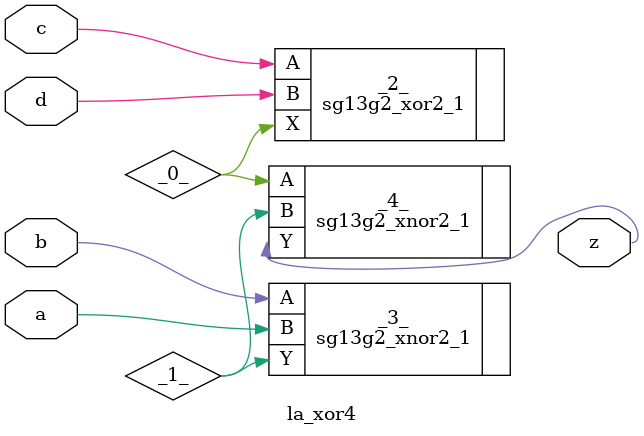
<source format=v>

/* Generated by Yosys 0.44 (git sha1 80ba43d26, g++ 11.4.0-1ubuntu1~22.04 -fPIC -O3) */

(* top =  1  *)
(* src = "inputs/la_xor4.v:10.1-22.10" *)
module la_xor4 (
    a,
    b,
    c,
    d,
    z
);
  wire _0_;
  wire _1_;
  (* src = "inputs/la_xor4.v:13.12-13.13" *)
  input a;
  wire a;
  (* src = "inputs/la_xor4.v:14.12-14.13" *)
  input b;
  wire b;
  (* src = "inputs/la_xor4.v:15.12-15.13" *)
  input c;
  wire c;
  (* src = "inputs/la_xor4.v:16.12-16.13" *)
  input d;
  wire d;
  (* src = "inputs/la_xor4.v:17.12-17.13" *)
  output z;
  wire z;
  sg13g2_xor2_1 _2_ (
      .A(c),
      .B(d),
      .X(_0_)
  );
  sg13g2_xnor2_1 _3_ (
      .A(b),
      .B(a),
      .Y(_1_)
  );
  sg13g2_xnor2_1 _4_ (
      .A(_0_),
      .B(_1_),
      .Y(z)
  );
endmodule

</source>
